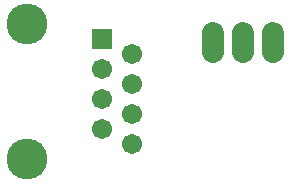
<source format=gbs>
G75*
%MOIN*%
%OFA0B0*%
%FSLAX24Y24*%
%IPPOS*%
%LPD*%
%AMOC8*
5,1,8,0,0,1.08239X$1,22.5*
%
%ADD10C,0.0720*%
%ADD11C,0.0674*%
%ADD12R,0.0674X0.0674*%
%ADD13C,0.1360*%
D10*
X009404Y004921D02*
X009404Y005561D01*
X010404Y005561D02*
X010404Y004921D01*
X011404Y004921D02*
X011404Y005561D01*
D11*
X006704Y004844D03*
X005704Y004344D03*
X006704Y003844D03*
X005704Y003344D03*
X006704Y002844D03*
X005704Y002344D03*
X006704Y001844D03*
D12*
X005704Y005344D03*
D13*
X003204Y001344D03*
X003204Y005844D03*
M02*

</source>
